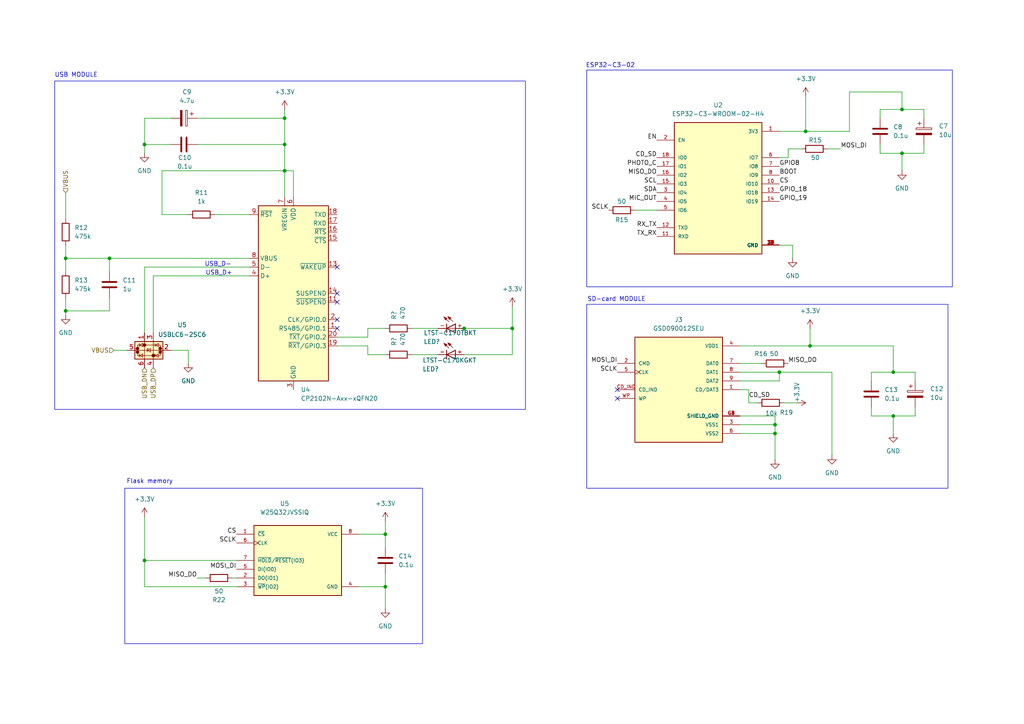
<source format=kicad_sch>
(kicad_sch (version 20250114) (generator "eeschema") (generator_version "9.0")
  (paper "A4")
  (lib_symbols
    (symbol "Device:C" (pin_numbers (hide yes)) (pin_names (offset 0.254))
      (property "Reference" "C" (at 0.635 2.54 0))
      (property "Value" "C" (at 0.635 -2.54 0))
      (symbol "C_0_1"
        (polyline (pts (xy -2.032 0.762) (xy 2.032 0.762)) (stroke (width 0.508)))
        (polyline (pts (xy -2.032 -0.762) (xy 2.032 -0.762)) (stroke (width 0.508)))
      )
      (symbol "C_1_1"
        (pin passive line (at 0 3.81 270) (length 2.794) (name "~") (number "1"))
        (pin passive line (at 0 -3.81 90) (length 2.794) (name "~") (number "2"))
      )
    )
    (symbol "Device:C_Polarized" (pin_numbers (hide yes)) (pin_names (offset 0.254))
      (property "Reference" "C" (at 0.635 2.54 0))
      (property "Value" "C_Polarized" (at 0.635 -2.54 0))
      (symbol "C_Polarized_0_1"
        (rectangle (start -2.286 0.508) (end 2.286 1.016))
        (polyline (pts (xy -1.778 2.286) (xy -0.762 2.286)))
        (polyline (pts (xy -1.27 2.794) (xy -1.27 1.778)))
        (rectangle (start 2.286 -0.508) (end -2.286 -1.016) (fill (type outline)))
      )
      (symbol "C_Polarized_1_1"
        (pin passive line (at 0 3.81 270) (length 2.794) (name "~") (number "1"))
        (pin passive line (at 0 -3.81 90) (length 2.794) (name "~") (number "2"))
      )
    )
    (symbol "Device:R" (pin_numbers (hide yes)) (pin_names (offset 0))
      (property "Reference" "R" (at 2.032 0 90))
      (property "Value" "R" (at 0 0 90))
      (symbol "R_0_1"
        (rectangle (start -1.016 -2.54) (end 1.016 2.54) (stroke (width 0.254)))
      )
      (symbol "R_1_1"
        (pin passive line (at 0 3.81 270) (length 1.27) (name "~") (number "1"))
        (pin passive line (at 0 -3.81 90) (length 1.27) (name "~") (number "2"))
      )
    )
    (symbol "ESP32-C3-WROOM-02-H4:ESP32-C3-WROOM-02-H4" (pin_names (offset 1.016))
      (property "Reference" "U" (at -12.7 21.082 0))
      (property "Value" "ESP32-C3-WROOM-02-H4" (at -12.7 -18.542 0))
      (symbol "ESP32-C3-WROOM-02-H4_0_0"
        (rectangle (start -12.7 -17.78) (end 12.7 20.32) (stroke (width 0.254)) (fill (type background)))
        (pin input line (at -17.78 15.24 0) (length 5.08) (name "EN") (number "2"))
        (pin bidirectional line (at -17.78 10.16 0) (length 5.08) (name "IO0") (number "18"))
        (pin bidirectional line (at -17.78 7.62 0) (length 5.08) (name "IO1") (number "17"))
        (pin bidirectional line (at -17.78 5.08 0) (length 5.08) (name "IO2") (number "16"))
        (pin bidirectional line (at -17.78 2.54 0) (length 5.08) (name "IO3") (number "15"))
        (pin bidirectional line (at -17.78 0 0) (length 5.08) (name "IO4") (number "3"))
        (pin bidirectional line (at -17.78 -2.54 0) (length 5.08) (name "IO5") (number "4"))
        (pin bidirectional line (at -17.78 -5.08 0) (length 5.08) (name "IO6") (number "5"))
        (pin bidirectional line (at -17.78 -10.16 0) (length 5.08) (name "TXD") (number "12"))
        (pin bidirectional line (at -17.78 -12.7 0) (length 5.08) (name "RXD") (number "11"))
        (pin power_in line (at 17.78 17.78 180) (length 5.08) (name "3V3") (number "1"))
        (pin bidirectional line (at 17.78 10.16 180) (length 5.08) (name "IO7") (number "6"))
        (pin bidirectional line (at 17.78 7.62 180) (length 5.08) (name "IO8") (number "7"))
        (pin bidirectional line (at 17.78 5.08 180) (length 5.08) (name "IO9") (number "8"))
        (pin bidirectional line (at 17.78 2.54 180) (length 5.08) (name "IO10") (number "10"))
        (pin bidirectional line (at 17.78 0 180) (length 5.08) (name "IO18") (number "13"))
        (pin bidirectional line (at 17.78 -2.54 180) (length 5.08) (name "IO19") (number "14"))
        (pin power_in line (at 17.78 -15.24 180) (length 5.08) (name "GND") (number "19"))
        (pin power_in line (at 17.78 -15.24 180) (length 5.08) (name "GND") (number "20"))
        (pin power_in line (at 17.78 -15.24 180) (length 5.08) (name "GND") (number "21"))
        (pin power_in line (at 17.78 -15.24 180) (length 5.08) (name "GND") (number "22"))
        (pin power_in line (at 17.78 -15.24 180) (length 5.08) (name "GND") (number "23"))
        (pin power_in line (at 17.78 -15.24 180) (length 5.08) (name "GND") (number "24"))
        (pin power_in line (at 17.78 -15.24 180) (length 5.08) (name "GND") (number "25"))
        (pin power_in line (at 17.78 -15.24 180) (length 5.08) (name "GND") (number "26"))
        (pin power_in line (at 17.78 -15.24 180) (length 5.08) (name "GND") (number "27"))
        (pin power_in line (at 17.78 -15.24 180) (length 5.08) (name "GND") (number "28"))
        (pin power_in line (at 17.78 -15.24 180) (length 5.08) (name "GND") (number "29"))
        (pin power_in line (at 17.78 -15.24 180) (length 5.08) (name "GND") (number "30"))
        (pin power_in line (at 17.78 -15.24 180) (length 5.08) (name "GND") (number "31"))
        (pin power_in line (at 17.78 -15.24 180) (length 5.08) (name "GND") (number "32"))
        (pin power_in line (at 17.78 -15.24 180) (length 5.08) (name "GND") (number "33"))
        (pin power_in line (at 17.78 -15.24 180) (length 5.08) (name "GND") (number "34"))
        (pin power_in line (at 17.78 -15.24 180) (length 5.08) (name "GND") (number "35"))
        (pin power_in line (at 17.78 -15.24 180) (length 5.08) (name "GND") (number "36"))
        (pin power_in line (at 17.78 -15.24 180) (length 5.08) (name "GND") (number "37"))
        (pin power_in line (at 17.78 -15.24 180) (length 5.08) (name "GND") (number "38"))
        (pin power_in line (at 17.78 -15.24 180) (length 5.08) (name "GND") (number "39"))
        (pin power_in line (at 17.78 -15.24 180) (length 5.08) (name "GND") (number "9"))
      )
    )
    (symbol "GSD090012SEU:GSD090012SEU" (pin_names (offset 1.016))
      (property "Reference" "J" (at -12.7 16.002 0))
      (property "Value" "GSD090012SEU" (at -12.7 -17.78 0))
      (symbol "GSD090012SEU_0_0"
        (rectangle (start -12.7 -15.24) (end 12.7 15.24) (stroke (width 0.254)) (fill (type background)))
        (pin bidirectional line (at -17.78 7.62 0) (length 5.08) (name "CMD") (number "2"))
        (pin bidirectional clock (at -17.78 5.08 0) (length 5.08) (name "CLK") (number "5"))
        (pin passive line (at -17.78 0 0) (length 5.08) (name "CD_IND") (number "CD_IND"))
        (pin passive line (at -17.78 -2.54 0) (length 5.08) (name "WP") (number "WP"))
        (pin power_in line (at 17.78 12.7 180) (length 5.08) (name "VDD1") (number "4"))
        (pin bidirectional line (at 17.78 7.62 180) (length 5.08) (name "DAT0") (number "7"))
        (pin bidirectional line (at 17.78 5.08 180) (length 5.08) (name "DAT1") (number "8"))
        (pin bidirectional line (at 17.78 2.54 180) (length 5.08) (name "DAT2") (number "9"))
        (pin bidirectional line (at 17.78 0 180) (length 5.08) (name "CD/DAT3") (number "1"))
        (pin power_in line (at 17.78 -7.62 180) (length 5.08) (name "SHIELD_GND") (number "G1"))
        (pin power_in line (at 17.78 -7.62 180) (length 5.08) (name "SHIELD_GND") (number "G2"))
        (pin power_in line (at 17.78 -7.62 180) (length 5.08) (name "SHIELD_GND") (number "G3"))
        (pin power_in line (at 17.78 -7.62 180) (length 5.08) (name "SHIELD_GND") (number "G4"))
        (pin power_in line (at 17.78 -10.16 180) (length 5.08) (name "VSS1") (number "3"))
        (pin power_in line (at 17.78 -12.7 180) (length 5.08) (name "VSS2") (number "6"))
      )
    )
    (symbol "Interface_USB:CP2102N-Axx-xQFN20"
      (property "Reference" "U" (at -8.89 26.67 0))
      (property "Value" "CP2102N-Axx-xQFN20" (at 12.7 26.67 0))
      (symbol "CP2102N-Axx-xQFN20_0_1"
        (rectangle (start -10.16 25.4) (end 10.16 -25.4) (stroke (width 0.254)) (fill (type background)))
      )
      (symbol "CP2102N-Axx-xQFN20_1_1"
        (pin input line (at -12.7 22.86 0) (length 2.54) (name "~{RST}") (number "9"))
        (pin input line (at -12.7 10.16 0) (length 2.54) (name "VBUS") (number "8"))
        (pin bidirectional line (at -12.7 7.62 0) (length 2.54) (name "D-") (number "5"))
        (pin bidirectional line (at -12.7 5.08 0) (length 2.54) (name "D+") (number "4"))
        (pin no_connect line (at -10.16 -22.86 0) (length 2.54) (hide yes) (name "NC") (number "10"))
        (pin power_in line (at -2.54 27.94 270) (length 2.54) (name "VREGIN") (number "7"))
        (pin power_in line (at 0 27.94 270) (length 2.54) (name "VDD") (number "6"))
        (pin passive line (at 0 -27.94 90) (length 2.54) (hide yes) (name "GND") (number "12"))
        (pin passive line (at 0 -27.94 90) (length 2.54) (hide yes) (name "GND") (number "21"))
        (pin power_in line (at 0 -27.94 90) (length 2.54) (name "GND") (number "3"))
        (pin output line (at 12.7 22.86 180) (length 2.54) (name "TXD") (number "18"))
        (pin input line (at 12.7 20.32 180) (length 2.54) (name "RXD") (number "17"))
        (pin output line (at 12.7 17.78 180) (length 2.54) (name "~{RTS}") (number "16"))
        (pin input line (at 12.7 15.24 180) (length 2.54) (name "~{CTS}") (number "15"))
        (pin input line (at 12.7 7.62 180) (length 2.54) (name "~{WAKEUP}") (number "13"))
        (pin output line (at 12.7 0 180) (length 2.54) (name "SUSPEND") (number "14"))
        (pin output line (at 12.7 -2.54 180) (length 2.54) (name "~{SUSPEND}") (number "11"))
        (pin bidirectional line (at 12.7 -7.62 180) (length 2.54) (name "CLK/GPIO.0") (number "2"))
        (pin bidirectional line (at 12.7 -10.16 180) (length 2.54) (name "RS485/GPIO.1") (number "1"))
        (pin bidirectional line (at 12.7 -12.7 180) (length 2.54) (name "~{TXT}/GPIO.2") (number "20"))
        (pin bidirectional line (at 12.7 -15.24 180) (length 2.54) (name "~{RXT}/GPIO.3") (number "19"))
      )
    )
    (symbol "LTST-C170KGKT:LTST-C170KGKT" (pin_names (offset 1.016))
      (property "Reference" "D" (at -2.0353 4.0705 0))
      (property "Value" "LTST-C170KGKT" (at -2.0323 -5.7159 0))
      (symbol "LTST-C170KGKT_0_0"
        (polyline (pts (xy -0.762 3.302) (xy 0.127 2.921) (xy -0.381 2.413) (xy -0.762 3.302)) (stroke (width 0.1524)) (fill (type outline)))
        (polyline (pts (xy 0 0) (xy 0 1.27)) (stroke (width 0.254)))
        (polyline (pts (xy 0 0) (xy 2.54 1.27)) (stroke (width 0.254)))
        (polyline (pts (xy 0 -1.27) (xy 0 0)) (stroke (width 0.254)))
        (polyline (pts (xy 0.381 3.429) (xy 1.27 3.048) (xy 0.762 2.54) (xy 0.381 3.429)) (stroke (width 0.1524)) (fill (type outline)))
        (polyline (pts (xy 0.635 1.905) (xy -0.762 3.302)) (stroke (width 0.1524)))
        (polyline (pts (xy 1.778 2.032) (xy 0.381 3.429)) (stroke (width 0.1524)))
        (polyline (pts (xy 2.54 0) (xy 0 0)) (stroke (width 0.1524)))
        (polyline (pts (xy 2.54 0) (xy 2.54 1.27)) (stroke (width 0.254)))
        (polyline (pts (xy 2.54 -1.27) (xy 0 0)) (stroke (width 0.254)))
        (polyline (pts (xy 2.54 -1.27) (xy 2.54 0)) (stroke (width 0.254)))
        (pin passive line (at -2.54 0 0) (length 2.54) (name "~") (number "-"))
        (pin passive line (at 5.08 0 180) (length 2.54) (name "~") (number "+"))
      )
    )
    (symbol "LTST-C170TBKT:LTST-C170TBKT" (pin_names (offset 1.016))
      (property "Reference" "D" (at -2.0354 4.0708 0))
      (property "Value" "LTST-C170TBKT" (at -2.0343 -5.7214 0))
      (symbol "LTST-C170TBKT_0_0"
        (polyline (pts (xy -0.762 3.302) (xy 0.127 2.921) (xy -0.381 2.413) (xy -0.762 3.302)) (stroke (width 0.1524)) (fill (type outline)))
        (polyline (pts (xy 0 0) (xy 0 1.27)) (stroke (width 0.254)))
        (polyline (pts (xy 0 0) (xy 2.54 1.27)) (stroke (width 0.254)))
        (polyline (pts (xy 0 -1.27) (xy 0 0)) (stroke (width 0.254)))
        (polyline (pts (xy 0.381 3.429) (xy 1.27 3.048) (xy 0.762 2.54) (xy 0.381 3.429)) (stroke (width 0.1524)) (fill (type outline)))
        (polyline (pts (xy 0.635 1.905) (xy -0.762 3.302)) (stroke (width 0.1524)))
        (polyline (pts (xy 1.778 2.032) (xy 0.381 3.429)) (stroke (width 0.1524)))
        (polyline (pts (xy 2.54 0) (xy 0 0)) (stroke (width 0.1524)))
        (polyline (pts (xy 2.54 0) (xy 2.54 1.27)) (stroke (width 0.254)))
        (polyline (pts (xy 2.54 -1.27) (xy 0 0)) (stroke (width 0.254)))
        (polyline (pts (xy 2.54 -1.27) (xy 2.54 0)) (stroke (width 0.254)))
        (pin passive line (at -2.54 0 0) (length 2.54) (name "~") (number "-"))
        (pin passive line (at 5.08 0 180) (length 2.54) (name "~") (number "+"))
      )
    )
    (symbol "Power_Protection:USBLC6-2SC6" (pin_names (hide yes))
      (property "Reference" "U" (at 0.635 5.715 0))
      (property "Value" "USBLC6-2SC6" (at 0.635 3.81 0))
      (symbol "USBLC6-2SC6_0_0"
        (circle (center -1.524 0) (radius 0.0001) (stroke (width 0.508)))
        (circle (center -0.508 2.032) (radius 0.0001) (stroke (width 0.508)))
        (circle (center -0.508 -4.572) (radius 0.0001) (stroke (width 0.508)))
        (circle (center 0.508 2.032) (radius 0.0001) (stroke (width 0.508)))
        (circle (center 0.508 -4.572) (radius 0.0001) (stroke (width 0.508)))
        (circle (center 1.524 -2.54) (radius 0.0001) (stroke (width 0.508)))
      )
      (symbol "USBLC6-2SC6_0_1"
        (polyline (pts (xy -2.54 0) (xy 2.54 0)))
        (polyline (pts (xy -2.54 -2.54) (xy 2.54 -2.54)))
        (polyline (pts (xy -2.032 0.508) (xy -1.016 0.508) (xy -1.524 1.524) (xy -2.032 0.508)))
        (polyline (pts (xy -2.032 -3.048) (xy -1.016 -3.048)))
        (polyline (pts (xy -1.016 1.524) (xy -2.032 1.524)))
        (polyline (pts (xy -1.016 -4.064) (xy -2.032 -4.064) (xy -1.524 -3.048) (xy -1.016 -4.064)))
        (polyline (pts (xy -0.508 -1.143) (xy -0.508 -0.762) (xy 0.508 -0.762)))
        (polyline (pts (xy 0 2.54) (xy -0.508 2.032) (xy 0.508 2.032) (xy 0 1.524) (xy 0 -4.064) (xy -0.508 -4.572) (xy 0.508 -4.572) (xy 0 -5.08)))
        (polyline (pts (xy 0.508 -1.778) (xy -0.508 -1.778) (xy 0 -0.762) (xy 0.508 -1.778)))
        (polyline (pts (xy 1.016 1.524) (xy 2.032 1.524)))
        (polyline (pts (xy 1.016 -3.048) (xy 2.032 -3.048)))
        (polyline (pts (xy 2.032 0.508) (xy 1.016 0.508) (xy 1.524 1.524) (xy 2.032 0.508)))
        (polyline (pts (xy 2.032 -4.064) (xy 1.016 -4.064) (xy 1.524 -3.048) (xy 2.032 -4.064)))
      )
      (symbol "USBLC6-2SC6_1_1"
        (rectangle (start -2.54 2.794) (end 2.54 -5.334) (stroke (width 0.254)) (fill (type background)))
        (polyline (pts (xy -0.508 2.032) (xy -1.524 2.032) (xy -1.524 -4.572) (xy -0.508 -4.572)))
        (polyline (pts (xy 0.508 -4.572) (xy 1.524 -4.572) (xy 1.524 2.032) (xy 0.508 2.032)))
        (pin passive line (at -5.08 0 0) (length 2.54) (name "I/O1") (number "1"))
        (pin passive line (at -5.08 -2.54 0) (length 2.54) (name "I/O2") (number "3"))
        (pin passive line (at 0 5.08 270) (length 2.54) (name "VBUS") (number "5"))
        (pin passive line (at 0 -7.62 90) (length 2.54) (name "GND") (number "2"))
        (pin passive line (at 5.08 0 180) (length 2.54) (name "I/O1") (number "6"))
        (pin passive line (at 5.08 -2.54 180) (length 2.54) (name "I/O2") (number "4"))
      )
    )
    (symbol "W25Q32JVSSIQ:W25Q32JVSSIQ" (pin_names (offset 1.016))
      (property "Reference" "U" (at -12.4723 10.945 0))
      (property "Value" "W25Q32JVSSIQ" (at -12.4744 -12.2198 0))
      (symbol "W25Q32JVSSIQ_0_0"
        (rectangle (start -12.7 -10.16) (end 12.7 10.16) (stroke (width 0.254)) (fill (type background)))
        (pin input line (at -17.78 7.62 0) (length 5.08) (name "~{CS}") (number "1"))
        (pin input clock (at -17.78 5.08 0) (length 5.08) (name "CLK") (number "6"))
        (pin bidirectional line (at -17.78 0 0) (length 5.08) (name "~{HOLD}/~{RESET}(IO3)") (number "7"))
        (pin bidirectional line (at -17.78 -2.54 0) (length 5.08) (name "DI(IO0)") (number "5"))
        (pin bidirectional line (at -17.78 -5.08 0) (length 5.08) (name "DO(IO1)") (number "2"))
        (pin bidirectional line (at -17.78 -7.62 0) (length 5.08) (name "~{WP}(IO2)") (number "3"))
        (pin power_in line (at 17.78 7.62 180) (length 5.08) (name "VCC") (number "8"))
        (pin power_in line (at 17.78 -7.62 180) (length 5.08) (name "GND") (number "4"))
      )
    )
    (symbol "power:+3.3V" (power) (pin_numbers (hide yes)) (pin_names (offset 0) (hide yes))
      (property "Value" "+3.3V" (at 0 3.556 0))
      (symbol "+3.3V_0_1"
        (polyline (pts (xy -0.762 1.27) (xy 0 2.54)))
        (polyline (pts (xy 0 2.54) (xy 0.762 1.27)))
        (polyline (pts (xy 0 0) (xy 0 2.54)))
      )
      (symbol "+3.3V_1_1"
        (pin power_in line (at 0 0 90) (length 0) (name "~") (number "1"))
      )
    )
    (symbol "power:GND" (power) (pin_numbers (hide yes)) (pin_names (offset 0) (hide yes))
      (property "Value" "GND" (at 0 -3.81 0))
      (symbol "GND_0_1"
        (polyline (pts (xy 0 0) (xy 0 -1.27) (xy 1.27 -1.27) (xy 0 -2.54) (xy -1.27 -1.27) (xy 0 -1.27)))
      )
      (symbol "GND_1_1"
        (pin power_in line (at 0 0 270) (length 0) (name "~") (number "1"))
      )
    )
  )
  (rectangle (start 170.18 20.32) (end 276.225 83.185))
  (rectangle (start 15.875 23.495) (end 152.4 118.745))
  (rectangle (start 36.195 141.605) (end 122.555 186.69))
  (rectangle (start 170.18 88.265) (end 274.955 141.605))
  (text "USB_D+\n" (at 63.5 79.248 0) (effects (font (size 1.27 1.27))))
  (text "USB MODULE\n" (at 22.098 21.844 0) (effects (font (size 1.27 1.27))))
  (text "Flask memory" (at 43.434 139.7 0) (effects (font (size 1.27 1.27))))
  (text "ESP32-C3-02" (at 177.038 19.05 0) (effects (font (size 1.27 1.27))))
  (text "USB_D-\n" (at 63.246 76.708 0) (effects (font (size 1.27 1.27))))
  (text "SD-card MODULE" (at 178.816 86.868 0) (effects (font (size 1.27 1.27))))
  (junction (at 259.08 120.65))
  (junction (at 19.05 74.93))
  (junction (at 111.76 154.94))
  (junction (at 261.62 31.75))
  (junction (at 224.79 125.73))
  (junction (at 19.05 90.17))
  (junction (at 111.76 170.18))
  (junction (at 31.75 74.93))
  (junction (at 148.59 95.25))
  (junction (at 82.55 34.29))
  (junction (at 134.62 95.25))
  (junction (at 41.91 41.91))
  (junction (at 82.55 41.91))
  (junction (at 259.08 107.95))
  (junction (at 224.79 123.19))
  (junction (at 82.55 49.53))
  (junction (at 234.95 100.33))
  (junction (at 233.68 38.1))
  (junction (at 41.91 162.56))
  (junction (at 261.62 44.45))
  (junction (at 226.06 107.95))
  (no_connect (at 179.07 115.57))
  (no_connect (at 179.07 113.03))
  (no_connect (at 97.79 92.71))
  (no_connect (at 97.79 87.63))
  (no_connect (at 97.79 85.09))
  (no_connect (at 97.79 77.47))
  (no_connect (at 97.79 95.25))
  (wire (pts (xy 41.91 77.47) (xy 72.39 77.47)))
  (wire (pts (xy 255.27 34.29) (xy 255.27 31.75)))
  (wire (pts (xy 46.99 62.23) (xy 46.99 49.53)))
  (wire (pts (xy 259.08 120.65) (xy 265.43 120.65)))
  (wire (pts (xy 111.76 170.18) (xy 111.76 176.53)))
  (wire (pts (xy 106.68 100.33) (xy 106.68 102.87)))
  (wire (pts (xy 246.38 26.67) (xy 261.62 26.67)))
  (wire (pts (xy 265.43 110.49) (xy 265.43 107.95)))
  (wire (pts (xy 234.95 100.33) (xy 259.08 100.33)))
  (wire (pts (xy 233.68 38.1) (xy 246.38 38.1)))
  (wire (pts (xy 148.59 95.25) (xy 148.59 88.9)))
  (wire (pts (xy 228.6 43.18) (xy 228.6 45.72)))
  (wire (pts (xy 33.02 101.6) (xy 36.83 101.6)))
  (wire (pts (xy 97.79 100.33) (xy 106.68 100.33)))
  (wire (pts (xy 214.63 123.19) (xy 224.79 123.19)))
  (wire (pts (xy 226.06 107.95) (xy 241.3 107.95)))
  (wire (pts (xy 41.91 162.56) (xy 68.58 162.56)))
  (wire (pts (xy 214.63 110.49) (xy 226.06 110.49)))
  (wire (pts (xy 214.63 100.33) (xy 234.95 100.33)))
  (wire (pts (xy 19.05 74.93) (xy 19.05 78.74)))
  (wire (pts (xy 31.75 90.17) (xy 19.05 90.17)))
  (wire (pts (xy 252.73 118.11) (xy 252.73 120.65)))
  (wire (pts (xy 214.63 107.95) (xy 226.06 107.95)))
  (wire (pts (xy 111.76 154.94) (xy 111.76 158.75)))
  (wire (pts (xy 134.62 95.25) (xy 148.59 95.25)))
  (wire (pts (xy 19.05 86.36) (xy 19.05 90.17)))
  (wire (pts (xy 261.62 31.75) (xy 261.62 26.67)))
  (wire (pts (xy 82.55 41.91) (xy 82.55 34.29)))
  (wire (pts (xy 111.76 170.18) (xy 111.76 166.37)))
  (wire (pts (xy 41.91 34.29) (xy 41.91 41.91)))
  (wire (pts (xy 41.91 41.91) (xy 41.91 44.45)))
  (wire (pts (xy 19.05 55.88) (xy 19.05 63.5)))
  (wire (pts (xy 104.14 154.94) (xy 111.76 154.94)))
  (wire (pts (xy 214.63 120.65) (xy 224.79 120.65)))
  (wire (pts (xy 97.79 97.79) (xy 106.68 97.79)))
  (wire (pts (xy 72.39 74.93) (xy 31.75 74.93)))
  (wire (pts (xy 226.06 110.49) (xy 226.06 107.95)))
  (wire (pts (xy 106.68 102.87) (xy 111.76 102.87)))
  (wire (pts (xy 104.14 170.18) (xy 111.76 170.18)))
  (wire (pts (xy 44.45 96.52) (xy 44.45 80.01)))
  (wire (pts (xy 82.55 34.29) (xy 57.15 34.29)))
  (wire (pts (xy 82.55 49.53) (xy 82.55 41.91)))
  (wire (pts (xy 214.63 125.73) (xy 224.79 125.73)))
  (wire (pts (xy 261.62 44.45) (xy 261.62 49.53)))
  (wire (pts (xy 46.99 49.53) (xy 82.55 49.53)))
  (wire (pts (xy 255.27 31.75) (xy 261.62 31.75)))
  (wire (pts (xy 261.62 44.45) (xy 267.97 44.45)))
  (wire (pts (xy 119.38 95.25) (xy 127 95.25)))
  (wire (pts (xy 252.73 120.65) (xy 259.08 120.65)))
  (wire (pts (xy 57.15 167.64) (xy 59.69 167.64)))
  (wire (pts (xy 49.53 34.29) (xy 41.91 34.29)))
  (wire (pts (xy 267.97 44.45) (xy 267.97 41.91)))
  (wire (pts (xy 267.97 34.29) (xy 267.97 31.75)))
  (wire (pts (xy 54.61 62.23) (xy 46.99 62.23)))
  (wire (pts (xy 62.23 62.23) (xy 72.39 62.23)))
  (wire (pts (xy 41.91 96.52) (xy 41.91 77.47)))
  (wire (pts (xy 226.06 38.1) (xy 233.68 38.1)))
  (wire (pts (xy 265.43 120.65) (xy 265.43 118.11)))
  (wire (pts (xy 31.75 86.36) (xy 31.75 90.17)))
  (wire (pts (xy 252.73 107.95) (xy 259.08 107.95)))
  (wire (pts (xy 224.79 125.73) (xy 224.79 133.35)))
  (wire (pts (xy 255.27 44.45) (xy 261.62 44.45)))
  (wire (pts (xy 119.38 102.87) (xy 127 102.87)))
  (wire (pts (xy 19.05 90.17) (xy 19.05 91.44)))
  (wire (pts (xy 184.15 60.96) (xy 190.5 60.96)))
  (wire (pts (xy 82.55 49.53) (xy 82.55 57.15)))
  (wire (pts (xy 67.31 167.64) (xy 68.58 167.64)))
  (wire (pts (xy 246.38 38.1) (xy 246.38 26.67)))
  (wire (pts (xy 217.17 113.03) (xy 214.63 113.03)))
  (wire (pts (xy 106.68 97.79) (xy 106.68 95.25)))
  (wire (pts (xy 259.08 100.33) (xy 259.08 107.95)))
  (wire (pts (xy 226.06 71.12) (xy 229.87 71.12)))
  (wire (pts (xy 224.79 123.19) (xy 224.79 125.73)))
  (wire (pts (xy 227.33 116.84) (xy 231.14 116.84)))
  (wire (pts (xy 233.68 38.1) (xy 233.68 27.94)))
  (wire (pts (xy 49.53 41.91) (xy 41.91 41.91)))
  (wire (pts (xy 134.62 102.87) (xy 148.59 102.87)))
  (wire (pts (xy 31.75 74.93) (xy 31.75 78.74)))
  (wire (pts (xy 106.68 95.25) (xy 111.76 95.25)))
  (wire (pts (xy 214.63 105.41) (xy 220.98 105.41)))
  (wire (pts (xy 49.53 101.6) (xy 54.61 101.6)))
  (wire (pts (xy 54.61 101.6) (xy 54.61 105.41)))
  (wire (pts (xy 133.35 95.25) (xy 134.62 95.25)))
  (wire (pts (xy 111.76 154.94) (xy 111.76 151.13)))
  (wire (pts (xy 259.08 107.95) (xy 265.43 107.95)))
  (wire (pts (xy 228.6 45.72) (xy 226.06 45.72)))
  (wire (pts (xy 232.41 43.18) (xy 228.6 43.18)))
  (wire (pts (xy 148.59 102.87) (xy 148.59 95.25)))
  (wire (pts (xy 41.91 170.18) (xy 41.91 162.56)))
  (wire (pts (xy 224.79 120.65) (xy 224.79 123.19)))
  (wire (pts (xy 19.05 74.93) (xy 19.05 71.12)))
  (wire (pts (xy 259.08 120.65) (xy 259.08 125.73)))
  (wire (pts (xy 85.09 49.53) (xy 82.55 49.53)))
  (wire (pts (xy 44.45 80.01) (xy 72.39 80.01)))
  (wire (pts (xy 41.91 162.56) (xy 41.91 149.86)))
  (wire (pts (xy 255.27 41.91) (xy 255.27 44.45)))
  (wire (pts (xy 267.97 31.75) (xy 261.62 31.75)))
  (wire (pts (xy 82.55 31.75) (xy 82.55 34.29)))
  (wire (pts (xy 240.03 43.18) (xy 243.84 43.18)))
  (wire (pts (xy 252.73 110.49) (xy 252.73 107.95)))
  (wire (pts (xy 217.17 113.03) (xy 217.17 116.84)))
  (wire (pts (xy 229.87 71.12) (xy 229.87 74.93)))
  (wire (pts (xy 31.75 74.93) (xy 19.05 74.93)))
  (wire (pts (xy 234.95 95.25) (xy 234.95 100.33)))
  (wire (pts (xy 82.55 41.91) (xy 57.15 41.91)))
  (wire (pts (xy 85.09 57.15) (xy 85.09 49.53)))
  (wire (pts (xy 219.71 116.84) (xy 217.17 116.84)))
  (wire (pts (xy 68.58 170.18) (xy 41.91 170.18)))
  (wire (pts (xy 241.3 107.95) (xy 241.3 132.08)))
  (label "MISO_DO" (at 228.6 105.41 0))
  (label "MOSI_DI" (at 68.58 165.1 180))
  (label "MOSI_DI" (at 179.07 105.41 180))
  (label "GPIO_19" (at 226.06 58.42 0))
  (label "SCLK" (at 68.58 157.48 180))
  (label "CD_SD" (at 217.17 115.57 0))
  (label "GPIO8" (at 226.06 48.26 0))
  (label "SCLK" (at 176.53 60.96 180))
  (label "PHOTO_C" (at 190.5 48.26 180))
  (label "GPIO_18" (at 226.06 55.88 0))
  (label "MISO_DO" (at 57.15 167.64 180))
  (label "SCL" (at 190.5 53.34 180))
  (label "TX_RX" (at 190.5 68.58 180))
  (label "CD_SD" (at 190.5 45.72 180))
  (label "SCLK" (at 179.07 107.95 180))
  (label "MISO_DO" (at 190.5 50.8 180))
  (label "CS" (at 68.58 154.94 180))
  (label "MIC_OUT" (at 190.5 58.42 180))
  (label "CS" (at 226.06 53.34 0))
  (label "EN" (at 190.5 40.64 180))
  (label "BOOT" (at 226.06 50.8 0))
  (label "SDA" (at 190.5 55.88 180))
  (label "RX_TX" (at 190.5 66.04 180))
  (label "MOSI_DI" (at 243.84 43.18 0))
  (hierarchical_label "USB_DP" (shape input) (at 44.45 106.68 270))
  (hierarchical_label "USB_DN" (shape input) (at 41.91 106.68 270))
  (hierarchical_label "VBUS" (shape input) (at 33.02 101.6 180))
  (hierarchical_label "VBUS" (shape input) (at 19.05 55.88 90))
  (symbol (lib_id "Device:C") (at 252.73 114.3 180) (unit 1)
    (property "Reference" "C13" (at 256.54 113.0299 0) (effects (justify right)))
    (property "Value" "0.1u" (at 256.54 115.5699 0) (effects (justify right)))
    (property "Description" "Unpolarized capacitor" (effects (hide yes)))
  )
  (symbol (lib_id "Device:C") (at 31.75 82.55 0) (unit 1)
    (property "Reference" "C11" (at 35.56 81.2799 0) (effects (justify left)))
    (property "Value" "1u" (at 35.56 83.8199 0) (effects (justify left)))
    (property "Description" "Unpolarized capacitor" (effects (hide yes)))
  )
  (symbol (lib_id "Device:R") (at 19.05 67.31 0) (unit 1)
    (property "Reference" "R12" (at 21.59 66.0399 0) (effects (justify left)))
    (property "Value" "475k" (at 21.59 68.5799 0) (effects (justify left)))
    (property "Description" "Resistor" (effects (hide yes)))
  )
  (symbol (lib_id "Device:C_Polarized") (at 267.97 38.1 0) (unit 1)
    (property "Reference" "C7" (at 272.288 36.576 0) (effects (justify left)))
    (property "Value" "10u" (at 272.288 39.116 0) (effects (justify left)))
    (property "Description" "Polarized capacitor" (effects (hide yes)))
  )
  (symbol (lib_id "Device:C") (at 255.27 38.1 180) (unit 1)
    (property "Reference" "C8" (at 259.08 36.8299 0) (effects (justify right)))
    (property "Value" "0.1u" (at 259.08 39.3699 0) (effects (justify right)))
    (property "Description" "Unpolarized capacitor" (effects (hide yes)))
  )
  (symbol (lib_id "power:GND") (at 41.91 44.45 0) (unit 1)
    (property "Reference" "#PWR020" (effects (hide yes)))
    (property "Value" "GND" (at 41.91 49.53 0))
    (property "Description" "Power symbol creates a global label with name \"GND\" , ground" (effects (hide yes)))
  )
  (symbol (lib_id "power:+3.3V") (at 111.76 151.13 0) (unit 1)
    (property "Reference" "#PWR032" (effects (hide yes)))
    (property "Value" "+3.3V" (at 111.76 146.05 0))
    (property "Description" "Power symbol creates a global label with name \"+3.3V\"" (effects (hide yes)))
  )
  (symbol (lib_id "power:GND") (at 259.08 125.73 0) (unit 1)
    (property "Reference" "#PWR029" (effects (hide yes)))
    (property "Value" "GND" (at 259.08 130.81 0))
    (property "Description" "Power symbol creates a global label with name \"GND\" , ground" (effects (hide yes)))
  )
  (symbol (lib_id "Device:R") (at 63.5 167.64 90) (mirror x) (unit 1)
    (property "Reference" "R22" (at 63.5 173.99 90))
    (property "Value" "50" (at 63.5 171.45 90))
    (property "Description" "Resistor" (effects (hide yes)))
  )
  (symbol (lib_id "Device:C_Polarized") (at 53.34 34.29 270) (unit 1)
    (property "Reference" "C9" (at 54.229 26.67 90))
    (property "Value" "4.7u" (at 54.229 29.21 90))
    (property "Description" "Polarized capacitor" (effects (hide yes)))
  )
  (symbol (lib_id "Device:R") (at 223.52 116.84 90) (unit 1)
    (property "Reference" "R19" (at 228.092 119.634 90))
    (property "Value" "10k" (at 223.774 119.888 90))
    (property "Description" "Resistor" (effects (hide yes)))
  )
  (symbol (lib_id "GSD090012SEU:GSD090012SEU") (at 196.85 113.03 0) (unit 1)
    (property "Reference" "J3" (at 196.85 92.71 0))
    (property "Value" "GSD090012SEU" (at 196.85 95.25 0))
    (property "Footprint" "GSD090012SEU:AMPHENOL_GSD090012SEU" (effects (hide yes)))
    (property "MF" "Amphenol" (effects (hide yes)))
    (property "MAXIMUM_PACKAGE_HEIGHT" "2.95mm" (effects (hide yes)))
    (property "Package" "None" (effects (hide yes)))
    (property "Price" "None" (effects (hide yes)))
    (property "Check_prices" "https://www.snapeda.com/parts/GSD090012SEU/Amphenol/view-part/?ref=eda" (effects (hide yes)))
    (property "STANDARD" "Manufacturer Recommendations" (effects (hide yes)))
    (property "PARTREV" "E" (effects (hide yes)))
    (property "SnapEDA_Link" "https://www.snapeda.com/parts/GSD090012SEU/Amphenol/view-part/?ref=snap" (effects (hide yes)))
    (property "MP" "GSD090012SEU" (effects (hide yes)))
    (property "Description_1" "Micro SD and SD Card Sockets, Input Output Connectors, SD Socket,9 Position,SMT" (effects (hide yes)))
    (property "Availability" "In Stock" (effects (hide yes)))
    (property "MANUFACTURER" "Amphenol" (effects (hide yes)))
  )
  (symbol (lib_id "Device:R") (at 224.79 105.41 90) (unit 1)
    (property "Reference" "R16" (at 220.726 102.616 90))
    (property "Value" "50" (at 224.536 102.616 90))
    (property "Description" "Resistor" (effects (hide yes)))
  )
  (symbol (lib_id "Device:C") (at 53.34 41.91 90) (unit 1)
    (property "Reference" "C10" (at 53.594 45.72 90))
    (property "Value" "0.1u" (at 53.594 48.26 90))
    (property "Description" "Unpolarized capacitor" (effects (hide yes)))
  )
  (symbol (lib_id "Device:C_Polarized") (at 265.43 114.3 0) (unit 1)
    (property "Reference" "C12" (at 269.748 112.776 0) (effects (justify left)))
    (property "Value" "10u" (at 269.748 115.316 0) (effects (justify left)))
    (property "Description" "Polarized capacitor" (effects (hide yes)))
  )
  (symbol (lib_id "power:GND") (at 261.62 49.53 0) (unit 1)
    (property "Reference" "#PWR025" (effects (hide yes)))
    (property "Value" "GND" (at 261.62 54.61 0))
    (property "Description" "Power symbol creates a global label with name \"GND\" , ground" (effects (hide yes)))
  )
  (symbol (lib_id "power:+3.3V") (at 231.14 116.84 270) (mirror x) (unit 1)
    (property "Reference" "#PWR026" (effects (hide yes)))
    (property "Value" "+3.3V" (at 231.14 113.792 0))
    (property "Description" "Power symbol creates a global label with name \"+3.3V\"" (effects (hide yes)))
  )
  (symbol (lib_id "power:GND") (at 19.05 91.44 0) (unit 1)
    (property "Reference" "#PWR019" (effects (hide yes)))
    (property "Value" "GND" (at 19.05 96.52 0))
    (property "Description" "Power symbol creates a global label with name \"GND\" , ground" (effects (hide yes)))
  )
  (symbol (lib_id "LTST-C170KGKT:LTST-C170KGKT") (at 129.54 102.87 0) (unit 1)
    (property "Reference" "LED?" (at 122.555 107.0357 0) (effects (justify left)))
    (property "Value" "LTST-C170KGKT" (at 122.555 104.4957 0) (effects (justify left)))
    (property "Footprint" "LTST-C170KGKT:DIOC200X125X110" (effects (hide yes)))
    (property "MF" "Lite-On Inc." (effects (hide yes)))
    (property "Description_1" "Green 571nm LED Indication - Discrete 2V 0805 (2012 Metric)" (effects (hide yes)))
    (property "Package" "0805 Lite-On" (effects (hide yes)))
    (property "Price" "None" (effects (hide yes)))
    (property "Check_prices" "https://www.snapeda.com/parts/LTST-C170KGKT/Lite-On/view-part/?ref=eda" (effects (hide yes)))
    (property "SnapEDA_Link" "https://www.snapeda.com/parts/LTST-C170KGKT/Lite-On/view-part/?ref=snap" (effects (hide yes)))
    (property "MP" "LTST-C170KGKT" (effects (hide yes)))
    (property "Availability" "In Stock" (effects (hide yes)))
    (property "MANUFACTURER" "LiteOn" (effects (hide yes)))
  )
  (symbol (lib_id "power:GND") (at 111.76 176.53 0) (unit 1)
    (property "Reference" "#PWR033" (effects (hide yes)))
    (property "Value" "GND" (at 111.76 181.61 0))
    (property "Description" "Power symbol creates a global label with name \"GND\" , ground" (effects (hide yes)))
  )
  (symbol (lib_id "Device:R") (at 19.05 82.55 0) (unit 1)
    (property "Reference" "R13" (at 21.59 81.2799 0) (effects (justify left)))
    (property "Value" "475k" (at 21.59 83.8199 0) (effects (justify left)))
    (property "Description" "Resistor" (effects (hide yes)))
  )
  (symbol (lib_id "Interface_USB:CP2102N-Axx-xQFN20") (at 85.09 85.09 0) (unit 1)
    (property "Reference" "U4" (at 87.2333 113.03 0) (effects (justify left)))
    (property "Value" "CP2102N-Axx-xQFN20" (at 87.2333 115.57 0) (effects (justify left)))
    (property "Footprint" "Package_DFN_QFN:SiliconLabs_QFN-20-1EP_3x3mm_P0.5mm" (effects (hide yes)))
    (property "Datasheet" "https://www.silabs.com/documents/public/data-sheets/cp2102n-datasheet.pdf" (effects (hide yes)))
    (property "Description" "USB to UART master bridge, QFN-20" (effects (hide yes)))
  )
  (symbol (lib_id "Device:R") (at 115.57 95.25 270) (unit 1)
    (property "Reference" "R?" (at 114.2999 92.71 0) (effects (justify right)))
    (property "Value" "470" (at 116.8399 92.71 0) (effects (justify right)))
    (property "Description" "Resistor" (effects (hide yes)))
  )
  (symbol (lib_id "power:GND") (at 224.79 133.35 0) (unit 1)
    (property "Reference" "#PWR028" (effects (hide yes)))
    (property "Value" "GND" (at 224.79 138.43 0))
    (property "Description" "Power symbol creates a global label with name \"GND\" , ground" (effects (hide yes)))
  )
  (symbol (lib_id "Device:R") (at 115.57 102.87 90) (unit 1)
    (property "Reference" "R?" (at 114.2999 100.33 0) (effects (justify left)))
    (property "Value" "470" (at 116.8399 100.33 0) (effects (justify left)))
    (property "Description" "Resistor" (effects (hide yes)))
  )
  (symbol (lib_id "Device:R") (at 180.34 60.96 270) (unit 1)
    (property "Reference" "R15" (at 180.34 63.754 90))
    (property "Value" "50" (at 180.34 58.42 90))
    (property "Description" "Resistor" (effects (hide yes)))
  )
  (symbol (lib_id "power:GND") (at 54.61 105.41 0) (unit 1)
    (property "Reference" "#PWR018" (effects (hide yes)))
    (property "Value" "GND" (at 54.61 110.49 0))
    (property "Description" "Power symbol creates a global label with name \"GND\" , ground" (effects (hide yes)))
  )
  (symbol (lib_id "Device:C") (at 111.76 162.56 0) (unit 1)
    (property "Reference" "C14" (at 115.57 161.2899 0) (effects (justify left)))
    (property "Value" "0.1u" (at 115.57 163.8299 0) (effects (justify left)))
    (property "Description" "Unpolarized capacitor" (effects (hide yes)))
  )
  (symbol (lib_id "power:+3.3V") (at 82.55 31.75 0) (unit 1)
    (property "Reference" "#PWR021" (effects (hide yes)))
    (property "Value" "+3.3V" (at 82.55 26.67 0))
    (property "Description" "Power symbol creates a global label with name \"+3.3V\"" (effects (hide yes)))
  )
  (symbol (lib_id "power:+3.3V") (at 234.95 95.25 0) (unit 1)
    (property "Reference" "#PWR030" (effects (hide yes)))
    (property "Value" "+3.3V" (at 234.95 90.17 0))
    (property "Description" "Power symbol creates a global label with name \"+3.3V\"" (effects (hide yes)))
  )
  (symbol (lib_id "ESP32-C3-WROOM-02-H4:ESP32-C3-WROOM-02-H4") (at 208.28 55.88 0) (unit 1)
    (property "Reference" "U2" (at 208.28 30.48 0))
    (property "Value" "ESP32-C3-WROOM-02-H4" (at 208.28 33.02 0))
    (property "Footprint" "ESP32-C3-WROOM-02-H4:MODULE_ESP32-C3-WROOM-02-H4" (effects (hide yes)))
    (property "MF" "Espressif Systems" (effects (hide yes)))
    (property "Description_1" "WiFi Modules (802.11) (Engineering Samples) SMD module, ESP32-C3, 4MB SPI flash, PCB antenna, -40 C +105 C" (effects (hide yes)))
    (property "Package" "Package" (effects (hide yes)))
    (property "Price" "None" (effects (hide yes)))
    (property "Check_prices" "https://www.snapeda.com/parts/ESP32-C3-WROOM-02-H4/Espressif+Systems/view-part/?ref=eda" (effects (hide yes)))
    (property "SnapEDA_Link" "https://www.snapeda.com/parts/ESP32-C3-WROOM-02-H4/Espressif+Systems/view-part/?ref=snap" (effects (hide yes)))
    (property "MP" "ESP32-C3-WROOM-02-H4" (effects (hide yes)))
    (property "Availability" "In Stock" (effects (hide yes)))
    (property "Purchase-URL" "https://pricing.snapeda.com/search/part/ESP32-C3-WROOM-02-H4/?ref=eda" (effects (hide yes)))
  )
  (symbol (lib_id "power:+3.3V") (at 233.68 27.94 0) (unit 1)
    (property "Reference" "#PWR024" (effects (hide yes)))
    (property "Value" "+3.3V" (at 233.68 22.86 0))
    (property "Description" "Power symbol creates a global label with name \"+3.3V\"" (effects (hide yes)))
  )
  (symbol (lib_id "Device:R") (at 58.42 62.23 90) (unit 1)
    (property "Reference" "R11" (at 58.42 55.88 90))
    (property "Value" "1k" (at 58.42 58.42 90))
    (property "Description" "Resistor" (effects (hide yes)))
  )
  (symbol (lib_id "LTST-C170TBKT:LTST-C170TBKT") (at 129.54 95.25 0) (unit 1)
    (property "Reference" "LED?" (at 122.8725 99.0982 0) (effects (justify left)))
    (property "Value" "LTST-C170TBKT" (at 122.8725 96.5582 0) (effects (justify left)))
    (property "Footprint" "LTST-C170TBKT:DIOC200X125X110" (effects (hide yes)))
    (property "MF" "Lite-On Electronics" (effects (hide yes)))
    (property "Description_1" "Blue 470nm LED Indication - Discrete 3.3V 0805 (2012 Metric)" (effects (hide yes)))
    (property "Package" "0805 Lite-On" (effects (hide yes)))
    (property "Price" "None" (effects (hide yes)))
    (property "Check_prices" "https://www.snapeda.com/parts/LTST-C170TBKT/Lite-On/view-part/?ref=eda" (effects (hide yes)))
    (property "SnapEDA_Link" "https://www.snapeda.com/parts/LTST-C170TBKT/Lite-On/view-part/?ref=snap" (effects (hide yes)))
    (property "MP" "LTST-C170TBKT" (effects (hide yes)))
    (property "Availability" "In Stock" (effects (hide yes)))
    (property "MANUFACTURER" "LiteOn" (effects (hide yes)))
  )
  (symbol (lib_id "W25Q32JVSSIQ:W25Q32JVSSIQ") (at 86.36 162.56 0) (unit 1)
    (property "Reference" "U5" (at 82.55 146.05 0))
    (property "Value" "W25Q32JVSSIQ" (at 82.55 148.59 0))
    (property "Footprint" "W25Q32JVSSIQ:SOIC127P790X216-8N" (effects (hide yes)))
    (property "MF" "Winbond" (effects (hide yes)))
    (property "Description_1" "FLASH - NOR Memory IC 32Mb (4M x 8) SPI - Quad I/O 133 MHz 8-SOIC" (effects (hide yes)))
    (property "Package" "SOIC-8 Winbond" (effects (hide yes)))
    (property "Price" "None" (effects (hide yes)))
    (property "SnapEDA_Link" "https://www.snapeda.com/parts/W25Q32JVSSIQ/Winbond/view-part/?ref=snap" (effects (hide yes)))
    (property "MP" "W25Q32JVSSIQ" (effects (hide yes)))
    (property "M_PART_NUMBER" "W25QXX" (effects (hide yes)))
    (property "Availability" "In Stock" (effects (hide yes)))
    (property "Check_prices" "https://www.snapeda.com/parts/W25Q32JVSSIQ/Winbond/view-part/?ref=eda" (effects (hide yes)))
  )
  (symbol (lib_id "power:+3.3V") (at 41.91 149.86 0) (unit 1)
    (property "Reference" "#PWR031" (effects (hide yes)))
    (property "Value" "+3.3V" (at 41.91 144.78 0))
    (property "Description" "Power symbol creates a global label with name \"+3.3V\"" (effects (hide yes)))
  )
  (symbol (lib_id "power:GND") (at 241.3 132.08 0) (unit 1)
    (property "Reference" "#PWR027" (effects (hide yes)))
    (property "Value" "GND" (at 241.3 137.16 0))
    (property "Description" "Power symbol creates a global label with name \"GND\" , ground" (effects (hide yes)))
  )
  (symbol (lib_id "power:GND") (at 229.87 74.93 0) (unit 1)
    (property "Reference" "#PWR023" (effects (hide yes)))
    (property "Value" "GND" (at 229.87 80.01 0))
    (property "Description" "Power symbol creates a global label with name \"GND\" , ground" (effects (hide yes)))
  )
  (symbol (lib_id "power:+3.3V") (at 148.59 88.9 0) (unit 1)
    (property "Reference" "#PWR022" (effects (hide yes)))
    (property "Value" "+3.3V" (at 148.59 83.82 0))
    (property "Description" "Power symbol creates a global label with name \"+3.3V\"" (effects (hide yes)))
  )
  (symbol (lib_id "Power_Protection:USBLC6-2SC6") (at 41.91 101.6 90) (mirror x) (unit 1)
    (property "Reference" "U5" (at 52.832 94.234 90))
    (property "Value" "USBLC6-2SC6" (at 52.832 97.028 90))
    (property "Footprint" "Package_TO_SOT_SMD:SOT-23-6" (effects (hide yes)))
    (property "Datasheet" "https://www.st.com/resource/en/datasheet/usblc6-2.pdf" (effects (hide yes)))
    (property "Description" "Very low capacitance ESD protection diode, 2 data-line, SOT-23-6" (effects (hide yes)))
  )
  (symbol (lib_id "Device:R") (at 236.22 43.18 90) (unit 1)
    (property "Reference" "R15" (at 236.474 40.64 90))
    (property "Value" "50" (at 236.474 45.72 90))
    (property "Description" "Resistor" (effects (hide yes)))
  )
)
</source>
